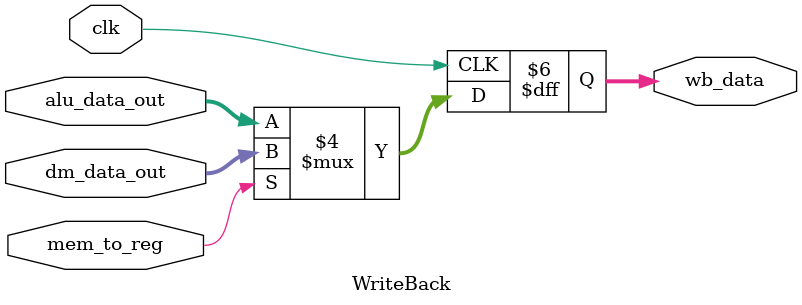
<source format=v>


//     always @ (posedge clk)
//         begin
//             case (MEM_WB_type) 
//                 rr_alu: 
//                     Reg[MEM_WB_IR[15:11]] <= ALUResult;
//                 rm_alu:
//                     Reg[MEM_WB_IR[20:16]] <= ALUResult;
//                 load:
//                     Reg[MEM_WB_IR[20:16]] <= loadData;
//             endcase
//         end
// endmodule

module WriteBack (mem_to_reg, alu_data_out, dm_data_out, clk, wb_data);
//todo: add reset
input mem_to_reg, clk;
input [31:0] alu_data_out, dm_data_out;
output reg [31:0] wb_data;

always @(posedge clk)
    begin
        if (mem_to_reg==1)
            wb_data <= dm_data_out;
        else
            wb_data <= alu_data_out;
    end
endmodule
</source>
